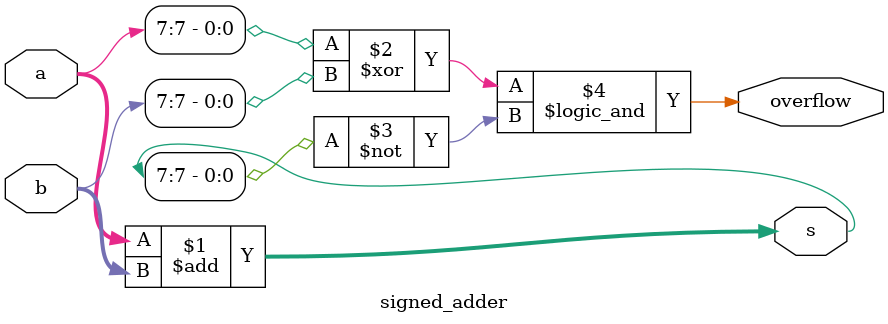
<source format=v>

module signed_adder(input [7:0] a,
    input [7:0] b,
    output [7:0] s,
    output overflow
); 

// The numbers a and b are added to the output s. 
// assign the occurence of the signed overflow of a and b to the output overflow.
// a signed overflow occurs if the most significant bits of a and b are low and the most significant bit of s is high
// a signed overflow may also occur if the most significant bits of a and b are high and the most significant bit of s is low

	assign s= a + b;
	assign overflow= a[7] ^ b[7] && ~s[7];

endmodule

</source>
